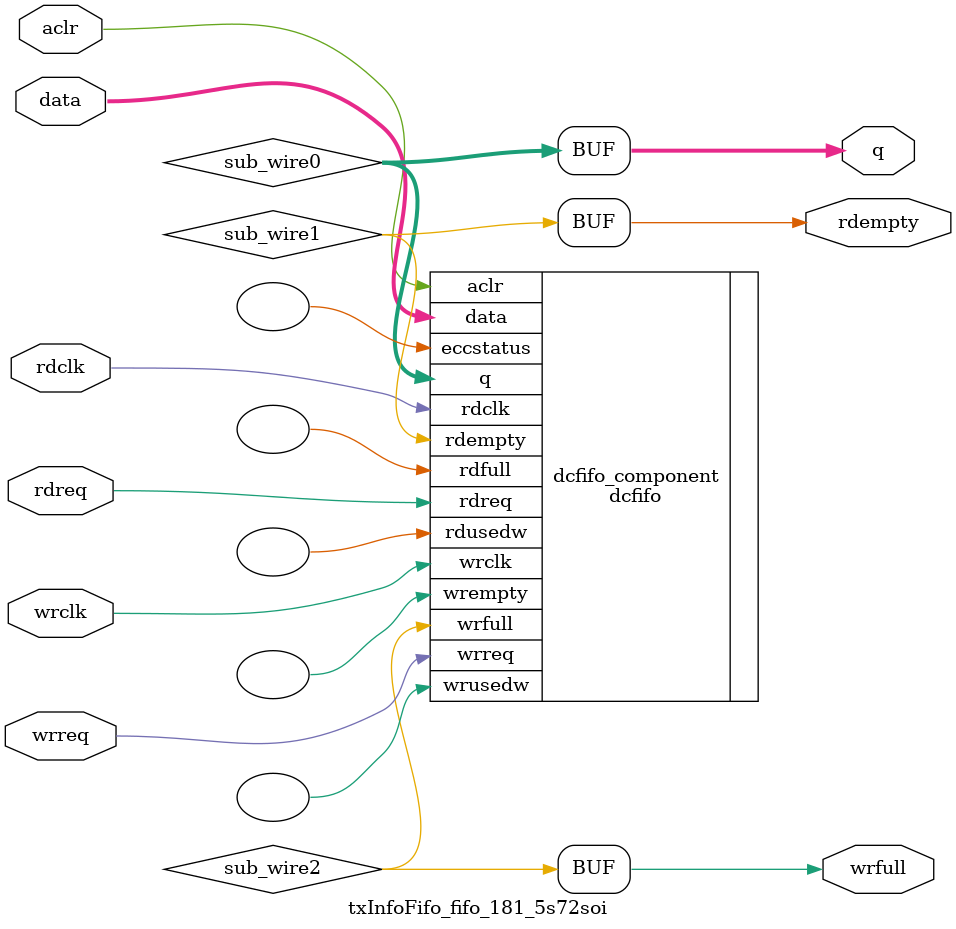
<source format=v>



`timescale 1 ps / 1 ps
// synopsys translate_on
module  txInfoFifo_fifo_181_5s72soi  (
    aclr,
    data,
    rdclk,
    rdreq,
    wrclk,
    wrreq,
    q,
    rdempty,
    wrfull);

    input    aclr;
    input  [10:0]  data;
    input    rdclk;
    input    rdreq;
    input    wrclk;
    input    wrreq;
    output [10:0]  q;
    output   rdempty;
    output   wrfull;
`ifndef ALTERA_RESERVED_QIS
// synopsys translate_off
`endif
    tri0     aclr;
`ifndef ALTERA_RESERVED_QIS
// synopsys translate_on
`endif

    wire [10:0] sub_wire0;
    wire  sub_wire1;
    wire  sub_wire2;
    wire [10:0] q = sub_wire0[10:0];
    wire  rdempty = sub_wire1;
    wire  wrfull = sub_wire2;

    dcfifo  dcfifo_component (
                .aclr (aclr),
                .data (data),
                .rdclk (rdclk),
                .rdreq (rdreq),
                .wrclk (wrclk),
                .wrreq (wrreq),
                .q (sub_wire0),
                .rdempty (sub_wire1),
                .wrfull (sub_wire2),
                .eccstatus (),
                .rdfull (),
                .rdusedw (),
                .wrempty (),
                .wrusedw ());
    defparam
        dcfifo_component.enable_ecc  = "FALSE",
        dcfifo_component.intended_device_family  = "Arria 10",
        dcfifo_component.lpm_hint  = "DISABLE_DCFIFO_EMBEDDED_TIMING_CONSTRAINT=TRUE",
        dcfifo_component.lpm_numwords  = 256,
        dcfifo_component.lpm_showahead  = "OFF",
        dcfifo_component.lpm_type  = "dcfifo",
        dcfifo_component.lpm_width  = 11,
        dcfifo_component.lpm_widthu  = 8,
        dcfifo_component.overflow_checking  = "ON",
        dcfifo_component.rdsync_delaypipe  = 5,
        dcfifo_component.read_aclr_synch  = "ON",
        dcfifo_component.underflow_checking  = "ON",
        dcfifo_component.use_eab  = "ON",
        dcfifo_component.write_aclr_synch  = "OFF",
        dcfifo_component.wrsync_delaypipe  = 5;


endmodule



</source>
